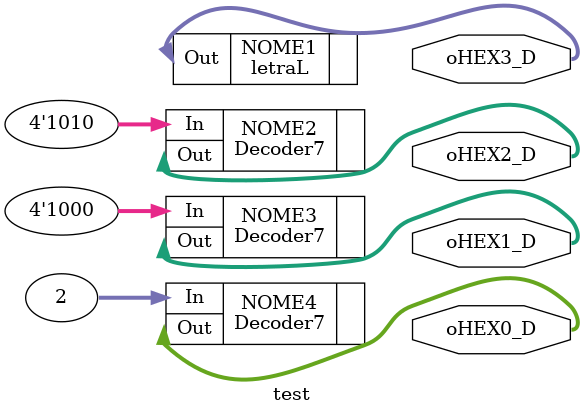
<source format=v>
module test(
	output[6:0] oHEX0_D,
	output[6:0] oHEX1_D,
	output[6:0] oHEX2_D,
	output[6:0] oHEX3_D
	);
	parameter 
	o0=4'b0000,
	a = 4'b1010,
	c= 4'b1100,

	b=4'b1000,
	dois=4'b0010;
	
	
	letraL NOME1 (.Out(oHEX3_D[6:0]));
	Decoder7 NOME2 (.In(a), .Out(oHEX2_D[6:0]));
	Decoder7 NOME3 (.In(b), .Out(oHEX1_D[6:0]));
	Decoder7 NOME4 (.In(2), .Out(oHEX0_D[6:0]));
	endmodule 
</source>
